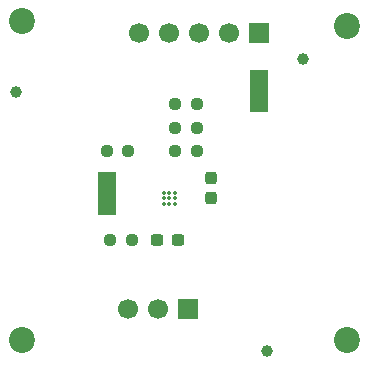
<source format=gbr>
%TF.GenerationSoftware,KiCad,Pcbnew,9.0.3*%
%TF.CreationDate,2025-08-01T20:51:34+05:30*%
%TF.ProjectId,BQ27621-G1_Breakout_Board_v1,42513237-3632-4312-9d47-315f42726561,rev?*%
%TF.SameCoordinates,Original*%
%TF.FileFunction,Soldermask,Top*%
%TF.FilePolarity,Negative*%
%FSLAX46Y46*%
G04 Gerber Fmt 4.6, Leading zero omitted, Abs format (unit mm)*
G04 Created by KiCad (PCBNEW 9.0.3) date 2025-08-01 20:51:34*
%MOMM*%
%LPD*%
G01*
G04 APERTURE LIST*
G04 Aperture macros list*
%AMRoundRect*
0 Rectangle with rounded corners*
0 $1 Rounding radius*
0 $2 $3 $4 $5 $6 $7 $8 $9 X,Y pos of 4 corners*
0 Add a 4 corners polygon primitive as box body*
4,1,4,$2,$3,$4,$5,$6,$7,$8,$9,$2,$3,0*
0 Add four circle primitives for the rounded corners*
1,1,$1+$1,$2,$3*
1,1,$1+$1,$4,$5*
1,1,$1+$1,$6,$7*
1,1,$1+$1,$8,$9*
0 Add four rect primitives between the rounded corners*
20,1,$1+$1,$2,$3,$4,$5,0*
20,1,$1+$1,$4,$5,$6,$7,0*
20,1,$1+$1,$6,$7,$8,$9,0*
20,1,$1+$1,$8,$9,$2,$3,0*%
G04 Aperture macros list end*
%ADD10R,1.700000X1.700000*%
%ADD11C,1.700000*%
%ADD12RoundRect,0.237500X0.250000X0.237500X-0.250000X0.237500X-0.250000X-0.237500X0.250000X-0.237500X0*%
%ADD13R,1.500000X1.000000*%
%ADD14C,2.200000*%
%ADD15RoundRect,0.237500X0.237500X-0.300000X0.237500X0.300000X-0.237500X0.300000X-0.237500X-0.300000X0*%
%ADD16RoundRect,0.237500X-0.250000X-0.237500X0.250000X-0.237500X0.250000X0.237500X-0.250000X0.237500X0*%
%ADD17C,1.000000*%
%ADD18C,0.345000*%
%ADD19RoundRect,0.237500X0.300000X0.237500X-0.300000X0.237500X-0.300000X-0.237500X0.300000X-0.237500X0*%
G04 APERTURE END LIST*
%TO.C,JP2*%
G36*
X147550000Y-87650000D02*
G01*
X146050000Y-87650000D01*
X146050000Y-89250000D01*
X147550000Y-89250000D01*
X147550000Y-87650000D01*
G37*
%TO.C,JP1*%
G36*
X133157500Y-97950000D02*
G01*
X134657500Y-97950000D01*
X134657500Y-96350000D01*
X133157500Y-96350000D01*
X133157500Y-97950000D01*
G37*
%TD*%
D10*
%TO.C,J1*%
X146780000Y-83550000D03*
D11*
X144240000Y-83550000D03*
X141700000Y-83550000D03*
X139160000Y-83550000D03*
X136620000Y-83550000D03*
%TD*%
D12*
%TO.C,R1*%
X141525000Y-89550000D03*
X139700000Y-89550000D03*
%TD*%
D13*
%TO.C,JP2*%
X146800000Y-87150000D03*
X146800000Y-88450000D03*
X146800000Y-89750000D03*
%TD*%
D14*
%TO.C,H4*%
X154200000Y-109550000D03*
%TD*%
D12*
%TO.C,R4*%
X135700000Y-93550000D03*
X133875000Y-93550000D03*
%TD*%
D15*
%TO.C,C1*%
X142700000Y-97512500D03*
X142700000Y-95787500D03*
%TD*%
D16*
%TO.C,R5*%
X134175000Y-101050000D03*
X136000000Y-101050000D03*
%TD*%
D17*
%TO.C,FID1*%
X150500000Y-85750000D03*
%TD*%
D14*
%TO.C,H3*%
X126700000Y-109550000D03*
%TD*%
D13*
%TO.C,JP1*%
X133907500Y-98450000D03*
X133907500Y-97150000D03*
X133907500Y-95850000D03*
%TD*%
D14*
%TO.C,H1*%
X126700000Y-82550000D03*
%TD*%
D18*
%TO.C,U1*%
X138700000Y-97050000D03*
X139200000Y-97050000D03*
X139700000Y-97050000D03*
X138700000Y-97550000D03*
X139200000Y-97550000D03*
X139700000Y-97550000D03*
X138700000Y-98050000D03*
X139200000Y-98050000D03*
X139700000Y-98050000D03*
%TD*%
D17*
%TO.C,FID3*%
X147500000Y-110500000D03*
%TD*%
D10*
%TO.C,J2*%
X140800000Y-106950000D03*
D11*
X138260000Y-106950000D03*
X135720000Y-106950000D03*
%TD*%
D12*
%TO.C,R2*%
X141525000Y-93550000D03*
X139700000Y-93550000D03*
%TD*%
D17*
%TO.C,FID2*%
X126200000Y-88550000D03*
%TD*%
D19*
%TO.C,C2*%
X139912500Y-101050000D03*
X138187500Y-101050000D03*
%TD*%
D14*
%TO.C,H2*%
X154200000Y-82950000D03*
%TD*%
D12*
%TO.C,R3*%
X141525000Y-91550000D03*
X139700000Y-91550000D03*
%TD*%
M02*

</source>
